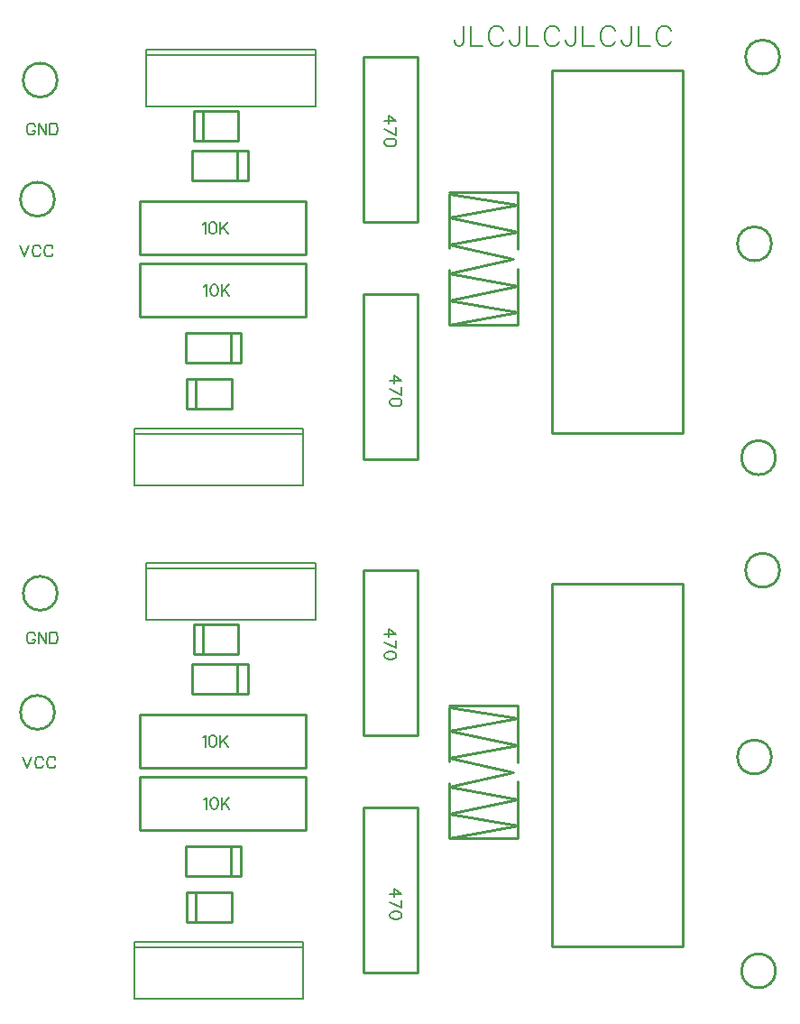
<source format=gto>
G04 Layer: TopSilkLayer*
G04 EasyEDA v6.3.43, 2020-06-01T19:13:48+08:00*
G04 e22e4845dbe6470894a8ffcda582c5b6,45e1048b23574a55a66a4e5d38cdb7dd,10*
G04 Gerber Generator version 0.2*
G04 Scale: 100 percent, Rotated: No, Reflected: No *
G04 Dimensions in millimeters *
G04 leading zeros omitted , absolute positions ,3 integer and 3 decimal *
%FSLAX33Y33*%
%MOMM*%
G90*
G71D02*

%ADD11C,0.254000*%
%ADD23C,0.199898*%
%ADD24C,0.228600*%
%ADD25C,0.152400*%
%ADD26C,0.203200*%

%LPD*%
G54D11*
G01X39329Y91280D02*
G01X34330Y91280D01*
G01X39329Y91280D02*
G01X39329Y75780D01*
G01X34330Y75780D01*
G01X34330Y91280D02*
G01X34330Y75780D01*
G54D23*
G01X13893Y91945D02*
G01X13893Y86644D01*
G01X29793Y86644D01*
G01X29793Y91945D01*
G01X13893Y91945D01*
G01X13893Y91445D02*
G01X29793Y91445D01*
G01X12750Y56385D02*
G01X12750Y51084D01*
G01X28650Y51084D01*
G01X28650Y56385D01*
G01X12750Y56385D01*
G01X12750Y55885D02*
G01X28650Y55885D01*
G54D11*
G01X21833Y62572D02*
G01X21833Y65372D01*
G01X22792Y62572D02*
G01X22792Y65372D01*
G01X22792Y65372D02*
G01X17593Y65372D01*
G01X17593Y62572D02*
G01X17593Y65372D01*
G01X22792Y62572D02*
G01X17593Y62572D01*
G01X22468Y79717D02*
G01X22468Y82517D01*
G01X23427Y79717D02*
G01X23427Y82517D01*
G01X23427Y82517D02*
G01X18228Y82517D01*
G01X18228Y79717D02*
G01X18228Y82517D01*
G01X23427Y79717D02*
G01X18228Y79717D01*
G01X42291Y78450D02*
G01X42291Y73368D01*
G01X42291Y71340D02*
G01X42291Y66131D01*
G01X48768Y66131D01*
G01X48768Y71441D01*
G01X48768Y73267D02*
G01X48768Y78577D01*
G01X42291Y78577D01*
G01X42291Y78450D02*
G01X48768Y77423D01*
G01X48768Y77423D02*
G01X42291Y76226D01*
G01X42291Y76226D02*
G01X48768Y74883D01*
G01X48768Y74883D02*
G01X42291Y73667D01*
G01X42291Y73667D02*
G01X48362Y72317D01*
G01X42291Y70946D01*
G01X42291Y70946D02*
G01X48768Y69786D01*
G01X48768Y69786D02*
G01X42291Y68465D01*
G01X42291Y68465D02*
G01X48768Y67297D01*
G01X48768Y67297D02*
G01X42291Y66131D01*
G54D24*
G01X19177Y83530D02*
G01X19177Y86070D01*
G54D11*
G01X22547Y83400D02*
G01X18347Y83400D01*
G01X18347Y86200D01*
G01X22547Y86200D01*
G01X22547Y83400D01*
G54D24*
G01X18542Y58384D02*
G01X18542Y60924D01*
G54D11*
G01X21912Y58254D02*
G01X17712Y58254D01*
G01X17712Y61054D01*
G01X21912Y61054D01*
G01X21912Y58254D01*
G01X51943Y55971D02*
G01X51943Y90007D01*
G01X64262Y90007D01*
G01X64262Y55971D01*
G01X51943Y55971D01*
G01X28831Y72775D02*
G01X28831Y77775D01*
G01X28831Y72775D02*
G01X13332Y72775D01*
G01X13332Y77775D01*
G01X28831Y77775D02*
G01X13332Y77775D01*
G01X13332Y71933D02*
G01X13332Y66933D01*
G01X13332Y71933D02*
G01X28831Y71933D01*
G01X28831Y66933D01*
G01X13332Y66933D02*
G01X28831Y66933D01*
G01X34330Y53555D02*
G01X39329Y53555D01*
G01X34330Y53555D02*
G01X34330Y69054D01*
G01X39329Y69054D01*
G01X39329Y53555D02*
G01X39329Y69054D01*
G01X34330Y5393D02*
G01X39329Y5393D01*
G01X34330Y5393D02*
G01X34330Y20893D01*
G01X39329Y20893D01*
G01X39329Y5393D02*
G01X39329Y20893D01*
G01X13332Y23771D02*
G01X13332Y18771D01*
G01X13332Y23771D02*
G01X28831Y23771D01*
G01X28831Y18771D01*
G01X13332Y18771D02*
G01X28831Y18771D01*
G01X28831Y24613D02*
G01X28831Y29613D01*
G01X28831Y24613D02*
G01X13332Y24613D01*
G01X13332Y29613D01*
G01X28831Y29613D02*
G01X13332Y29613D01*
G01X51943Y7809D02*
G01X51943Y41845D01*
G01X64262Y41845D01*
G01X64262Y7809D01*
G01X51943Y7809D01*
G54D24*
G01X18542Y10222D02*
G01X18542Y12762D01*
G54D11*
G01X21912Y10092D02*
G01X17712Y10092D01*
G01X17712Y12892D01*
G01X21912Y12892D01*
G01X21912Y10092D01*
G54D24*
G01X19177Y35368D02*
G01X19177Y37908D01*
G54D11*
G01X22547Y35238D02*
G01X18347Y35238D01*
G01X18347Y38038D01*
G01X22547Y38038D01*
G01X22547Y35238D01*
G01X42291Y30288D02*
G01X42291Y25206D01*
G01X42291Y23178D02*
G01X42291Y17969D01*
G01X48768Y17969D01*
G01X48768Y23279D01*
G01X48768Y25105D02*
G01X48768Y30415D01*
G01X42291Y30415D01*
G01X42291Y30288D02*
G01X48768Y29261D01*
G01X48768Y29261D02*
G01X42291Y28064D01*
G01X42291Y28064D02*
G01X48768Y26721D01*
G01X48768Y26721D02*
G01X42291Y25506D01*
G01X42291Y25506D02*
G01X48362Y24155D01*
G01X42291Y22784D01*
G01X42291Y22784D02*
G01X48768Y21624D01*
G01X48768Y21624D02*
G01X42291Y20303D01*
G01X42291Y20303D02*
G01X48768Y19135D01*
G01X48768Y19135D02*
G01X42291Y17969D01*
G01X22468Y31555D02*
G01X22468Y34355D01*
G01X23427Y31555D02*
G01X23427Y34355D01*
G01X23427Y34355D02*
G01X18228Y34355D01*
G01X18228Y31555D02*
G01X18228Y34355D01*
G01X23427Y31555D02*
G01X18228Y31555D01*
G01X21833Y14410D02*
G01X21833Y17210D01*
G01X22792Y14410D02*
G01X22792Y17210D01*
G01X22792Y17210D02*
G01X17593Y17210D01*
G01X17593Y14410D02*
G01X17593Y17210D01*
G01X22792Y14410D02*
G01X17593Y14410D01*
G54D23*
G01X12750Y8223D02*
G01X12750Y2922D01*
G01X28650Y2922D01*
G01X28650Y8223D01*
G01X12750Y8223D01*
G01X12750Y7723D02*
G01X28650Y7723D01*
G01X13893Y43783D02*
G01X13893Y38482D01*
G01X29793Y38482D01*
G01X29793Y43783D01*
G01X13893Y43783D01*
G01X13893Y43283D02*
G01X29793Y43283D01*
G54D11*
G01X39329Y43118D02*
G01X34330Y43118D01*
G01X39329Y43118D02*
G01X39329Y27618D01*
G01X34330Y27618D01*
G01X34330Y43118D02*
G01X34330Y27618D01*
G54D25*
G01X19304Y69743D02*
G01X19408Y69796D01*
G01X19563Y69951D01*
G01X19563Y68861D01*
G01X20218Y69951D02*
G01X20063Y69900D01*
G01X19959Y69743D01*
G01X19905Y69484D01*
G01X19905Y69329D01*
G01X19959Y69067D01*
G01X20063Y68912D01*
G01X20218Y68861D01*
G01X20322Y68861D01*
G01X20477Y68912D01*
G01X20581Y69067D01*
G01X20634Y69329D01*
G01X20634Y69484D01*
G01X20581Y69743D01*
G01X20477Y69900D01*
G01X20322Y69951D01*
G01X20218Y69951D01*
G01X20977Y69951D02*
G01X20977Y68861D01*
G01X21704Y69951D02*
G01X20977Y69225D01*
G01X21236Y69484D02*
G01X21704Y68861D01*
G01X19177Y75585D02*
G01X19281Y75638D01*
G01X19436Y75793D01*
G01X19436Y74703D01*
G01X20091Y75793D02*
G01X19936Y75742D01*
G01X19832Y75585D01*
G01X19778Y75326D01*
G01X19778Y75171D01*
G01X19832Y74909D01*
G01X19936Y74754D01*
G01X20091Y74703D01*
G01X20195Y74703D01*
G01X20350Y74754D01*
G01X20454Y74909D01*
G01X20507Y75171D01*
G01X20507Y75326D01*
G01X20454Y75585D01*
G01X20350Y75742D01*
G01X20195Y75793D01*
G01X20091Y75793D01*
G01X20850Y75793D02*
G01X20850Y74703D01*
G01X21577Y75793D02*
G01X20850Y75067D01*
G01X21109Y75326D02*
G01X21577Y74703D01*
G01X37856Y60911D02*
G01X37129Y61432D01*
G01X37129Y60652D01*
G01X37856Y60911D02*
G01X36766Y60911D01*
G01X37856Y59583D02*
G01X36766Y60101D01*
G01X37856Y60309D02*
G01X37856Y59583D01*
G01X37856Y58928D02*
G01X37805Y59082D01*
G01X37647Y59187D01*
G01X37388Y59240D01*
G01X37233Y59240D01*
G01X36972Y59187D01*
G01X36817Y59082D01*
G01X36766Y58928D01*
G01X36766Y58823D01*
G01X36817Y58668D01*
G01X36972Y58564D01*
G01X37233Y58511D01*
G01X37388Y58511D01*
G01X37647Y58564D01*
G01X37805Y58668D01*
G01X37856Y58823D01*
G01X37856Y58928D01*
G01X37348Y85295D02*
G01X36621Y85816D01*
G01X36621Y85036D01*
G01X37348Y85295D02*
G01X36258Y85295D01*
G01X37348Y83967D02*
G01X36258Y84485D01*
G01X37348Y84693D02*
G01X37348Y83967D01*
G01X37348Y83312D02*
G01X37297Y83466D01*
G01X37139Y83571D01*
G01X36880Y83624D01*
G01X36725Y83624D01*
G01X36464Y83571D01*
G01X36309Y83466D01*
G01X36258Y83312D01*
G01X36258Y83207D01*
G01X36309Y83052D01*
G01X36464Y82948D01*
G01X36725Y82895D01*
G01X36880Y82895D01*
G01X37139Y82948D01*
G01X37297Y83052D01*
G01X37348Y83207D01*
G01X37348Y83312D01*
G54D26*
G01X43723Y94216D02*
G01X43723Y92737D01*
G01X43629Y92461D01*
G01X43538Y92369D01*
G01X43352Y92278D01*
G01X43167Y92278D01*
G01X42984Y92369D01*
G01X42890Y92461D01*
G01X42799Y92737D01*
G01X42799Y92923D01*
G01X44333Y94216D02*
G01X44333Y92278D01*
G01X44333Y92278D02*
G01X45440Y92278D01*
G01X47434Y93753D02*
G01X47343Y93939D01*
G01X47157Y94124D01*
G01X46974Y94216D01*
G01X46603Y94216D01*
G01X46418Y94124D01*
G01X46235Y93939D01*
G01X46141Y93753D01*
G01X46050Y93477D01*
G01X46050Y93017D01*
G01X46141Y92737D01*
G01X46235Y92555D01*
G01X46418Y92369D01*
G01X46603Y92278D01*
G01X46974Y92278D01*
G01X47157Y92369D01*
G01X47343Y92555D01*
G01X47434Y92737D01*
G01X48968Y94216D02*
G01X48968Y92737D01*
G01X48877Y92461D01*
G01X48783Y92369D01*
G01X48600Y92278D01*
G01X48414Y92278D01*
G01X48229Y92369D01*
G01X48138Y92461D01*
G01X48044Y92737D01*
G01X48044Y92923D01*
G01X49578Y94216D02*
G01X49578Y92278D01*
G01X49578Y92278D02*
G01X50685Y92278D01*
G01X52682Y93753D02*
G01X52590Y93939D01*
G01X52405Y94124D01*
G01X52219Y94216D01*
G01X51851Y94216D01*
G01X51666Y94124D01*
G01X51480Y93939D01*
G01X51389Y93753D01*
G01X51295Y93477D01*
G01X51295Y93017D01*
G01X51389Y92737D01*
G01X51480Y92555D01*
G01X51666Y92369D01*
G01X51851Y92278D01*
G01X52219Y92278D01*
G01X52405Y92369D01*
G01X52590Y92555D01*
G01X52682Y92737D01*
G01X54216Y94216D02*
G01X54216Y92737D01*
G01X54122Y92461D01*
G01X54030Y92369D01*
G01X53845Y92278D01*
G01X53660Y92278D01*
G01X53477Y92369D01*
G01X53383Y92461D01*
G01X53291Y92737D01*
G01X53291Y92923D01*
G01X54825Y94216D02*
G01X54825Y92278D01*
G01X54825Y92278D02*
G01X55933Y92278D01*
G01X57927Y93753D02*
G01X57835Y93939D01*
G01X57650Y94124D01*
G01X57467Y94216D01*
G01X57096Y94216D01*
G01X56911Y94124D01*
G01X56728Y93939D01*
G01X56634Y93753D01*
G01X56542Y93477D01*
G01X56542Y93017D01*
G01X56634Y92737D01*
G01X56728Y92555D01*
G01X56911Y92369D01*
G01X57096Y92278D01*
G01X57467Y92278D01*
G01X57650Y92369D01*
G01X57835Y92555D01*
G01X57927Y92737D01*
G01X59461Y94216D02*
G01X59461Y92737D01*
G01X59369Y92461D01*
G01X59275Y92369D01*
G01X59093Y92278D01*
G01X58907Y92278D01*
G01X58722Y92369D01*
G01X58630Y92461D01*
G01X58536Y92737D01*
G01X58536Y92923D01*
G01X60071Y94216D02*
G01X60071Y92278D01*
G01X60071Y92278D02*
G01X61178Y92278D01*
G01X63174Y93753D02*
G01X63080Y93939D01*
G01X62898Y94124D01*
G01X62712Y94216D01*
G01X62344Y94216D01*
G01X62158Y94124D01*
G01X61973Y93939D01*
G01X61882Y93753D01*
G01X61788Y93477D01*
G01X61788Y93017D01*
G01X61882Y92737D01*
G01X61973Y92555D01*
G01X62158Y92369D01*
G01X62344Y92278D01*
G01X62712Y92278D01*
G01X62898Y92369D01*
G01X63080Y92555D01*
G01X63174Y92737D01*
G54D25*
G01X37856Y12749D02*
G01X37129Y13270D01*
G01X37129Y12490D01*
G01X37856Y12749D02*
G01X36766Y12749D01*
G01X37856Y11421D02*
G01X36766Y11939D01*
G01X37856Y12147D02*
G01X37856Y11421D01*
G01X37856Y10766D02*
G01X37805Y10920D01*
G01X37647Y11025D01*
G01X37388Y11078D01*
G01X37233Y11078D01*
G01X36972Y11025D01*
G01X36817Y10920D01*
G01X36766Y10766D01*
G01X36766Y10661D01*
G01X36817Y10506D01*
G01X36972Y10402D01*
G01X37233Y10349D01*
G01X37388Y10349D01*
G01X37647Y10402D01*
G01X37805Y10506D01*
G01X37856Y10661D01*
G01X37856Y10766D01*
G01X19177Y27423D02*
G01X19281Y27476D01*
G01X19436Y27631D01*
G01X19436Y26541D01*
G01X20091Y27631D02*
G01X19936Y27580D01*
G01X19832Y27423D01*
G01X19778Y27164D01*
G01X19778Y27009D01*
G01X19832Y26747D01*
G01X19936Y26592D01*
G01X20091Y26541D01*
G01X20195Y26541D01*
G01X20350Y26592D01*
G01X20454Y26747D01*
G01X20507Y27009D01*
G01X20507Y27164D01*
G01X20454Y27423D01*
G01X20350Y27580D01*
G01X20195Y27631D01*
G01X20091Y27631D01*
G01X20850Y27631D02*
G01X20850Y26541D01*
G01X21577Y27631D02*
G01X20850Y26905D01*
G01X21109Y27164D02*
G01X21577Y26541D01*
G01X19304Y21581D02*
G01X19408Y21634D01*
G01X19563Y21789D01*
G01X19563Y20699D01*
G01X20218Y21789D02*
G01X20063Y21738D01*
G01X19959Y21581D01*
G01X19905Y21322D01*
G01X19905Y21167D01*
G01X19959Y20905D01*
G01X20063Y20750D01*
G01X20218Y20699D01*
G01X20322Y20699D01*
G01X20477Y20750D01*
G01X20581Y20905D01*
G01X20634Y21167D01*
G01X20634Y21322D01*
G01X20581Y21581D01*
G01X20477Y21738D01*
G01X20322Y21789D01*
G01X20218Y21789D01*
G01X20977Y21789D02*
G01X20977Y20699D01*
G01X21704Y21789D02*
G01X20977Y21063D01*
G01X21236Y21322D02*
G01X21704Y20699D01*
G01X37348Y37133D02*
G01X36621Y37654D01*
G01X36621Y36874D01*
G01X37348Y37133D02*
G01X36258Y37133D01*
G01X37348Y35805D02*
G01X36258Y36323D01*
G01X37348Y36531D02*
G01X37348Y35805D01*
G01X37348Y35150D02*
G01X37297Y35304D01*
G01X37139Y35409D01*
G01X36880Y35462D01*
G01X36725Y35462D01*
G01X36464Y35409D01*
G01X36309Y35304D01*
G01X36258Y35150D01*
G01X36258Y35045D01*
G01X36309Y34890D01*
G01X36464Y34786D01*
G01X36725Y34733D01*
G01X36880Y34733D01*
G01X37139Y34786D01*
G01X37297Y34890D01*
G01X37348Y35045D01*
G01X37348Y35150D01*
G01X3446Y37053D02*
G01X3393Y37157D01*
G01X3289Y37261D01*
G01X3187Y37312D01*
G01X2979Y37312D01*
G01X2875Y37261D01*
G01X2771Y37157D01*
G01X2717Y37053D01*
G01X2667Y36896D01*
G01X2667Y36636D01*
G01X2717Y36482D01*
G01X2771Y36377D01*
G01X2875Y36273D01*
G01X2979Y36222D01*
G01X3187Y36222D01*
G01X3289Y36273D01*
G01X3393Y36377D01*
G01X3446Y36482D01*
G01X3446Y36636D01*
G01X3187Y36636D02*
G01X3446Y36636D01*
G01X3789Y37312D02*
G01X3789Y36222D01*
G01X3789Y37312D02*
G01X4516Y36222D01*
G01X4516Y37312D02*
G01X4516Y36222D01*
G01X4859Y37312D02*
G01X4859Y36222D01*
G01X4859Y37312D02*
G01X5222Y37312D01*
G01X5379Y37261D01*
G01X5483Y37157D01*
G01X5534Y37053D01*
G01X5588Y36896D01*
G01X5588Y36636D01*
G01X5534Y36482D01*
G01X5483Y36377D01*
G01X5379Y36273D01*
G01X5222Y36222D01*
G01X4859Y36222D01*
G01X2286Y25628D02*
G01X2702Y24538D01*
G01X3116Y25628D02*
G01X2702Y24538D01*
G01X4239Y25369D02*
G01X4188Y25473D01*
G01X4084Y25577D01*
G01X3980Y25628D01*
G01X3771Y25628D01*
G01X3667Y25577D01*
G01X3563Y25473D01*
G01X3512Y25369D01*
G01X3459Y25212D01*
G01X3459Y24952D01*
G01X3512Y24798D01*
G01X3563Y24693D01*
G01X3667Y24589D01*
G01X3771Y24538D01*
G01X3980Y24538D01*
G01X4084Y24589D01*
G01X4188Y24693D01*
G01X4239Y24798D01*
G01X5361Y25369D02*
G01X5308Y25473D01*
G01X5207Y25577D01*
G01X5102Y25628D01*
G01X4894Y25628D01*
G01X4790Y25577D01*
G01X4686Y25473D01*
G01X4635Y25369D01*
G01X4582Y25212D01*
G01X4582Y24952D01*
G01X4635Y24798D01*
G01X4686Y24693D01*
G01X4790Y24589D01*
G01X4894Y24538D01*
G01X5102Y24538D01*
G01X5207Y24589D01*
G01X5308Y24693D01*
G01X5361Y24798D01*
G01X3446Y84805D02*
G01X3393Y84909D01*
G01X3289Y85013D01*
G01X3187Y85064D01*
G01X2979Y85064D01*
G01X2875Y85013D01*
G01X2771Y84909D01*
G01X2717Y84805D01*
G01X2667Y84648D01*
G01X2667Y84388D01*
G01X2717Y84234D01*
G01X2771Y84129D01*
G01X2875Y84025D01*
G01X2979Y83974D01*
G01X3187Y83974D01*
G01X3289Y84025D01*
G01X3393Y84129D01*
G01X3446Y84234D01*
G01X3446Y84388D01*
G01X3187Y84388D02*
G01X3446Y84388D01*
G01X3789Y85064D02*
G01X3789Y83974D01*
G01X3789Y85064D02*
G01X4516Y83974D01*
G01X4516Y85064D02*
G01X4516Y83974D01*
G01X4859Y85064D02*
G01X4859Y83974D01*
G01X4859Y85064D02*
G01X5222Y85064D01*
G01X5379Y85013D01*
G01X5483Y84909D01*
G01X5534Y84805D01*
G01X5588Y84648D01*
G01X5588Y84388D01*
G01X5534Y84234D01*
G01X5483Y84129D01*
G01X5379Y84025D01*
G01X5222Y83974D01*
G01X4859Y83974D01*
G01X2032Y73634D02*
G01X2448Y72544D01*
G01X2862Y73634D02*
G01X2448Y72544D01*
G01X3985Y73375D02*
G01X3934Y73479D01*
G01X3830Y73583D01*
G01X3726Y73634D01*
G01X3517Y73634D01*
G01X3413Y73583D01*
G01X3309Y73479D01*
G01X3258Y73375D01*
G01X3205Y73218D01*
G01X3205Y72958D01*
G01X3258Y72804D01*
G01X3309Y72699D01*
G01X3413Y72595D01*
G01X3517Y72544D01*
G01X3726Y72544D01*
G01X3830Y72595D01*
G01X3934Y72699D01*
G01X3985Y72804D01*
G01X5107Y73375D02*
G01X5054Y73479D01*
G01X4953Y73583D01*
G01X4848Y73634D01*
G01X4640Y73634D01*
G01X4536Y73583D01*
G01X4432Y73479D01*
G01X4381Y73375D01*
G01X4328Y73218D01*
G01X4328Y72958D01*
G01X4381Y72804D01*
G01X4432Y72699D01*
G01X4536Y72595D01*
G01X4640Y72544D01*
G01X4848Y72544D01*
G01X4953Y72595D01*
G01X5054Y72699D01*
G01X5107Y72804D01*
G54D11*
G75*
G01X5283Y77942D02*
G03X5283Y77942I-1600J0D01*
G01*
G75*
G01X5537Y89118D02*
G03X5537Y89118I-1600J0D01*
G01*
G75*
G01X73355Y91277D02*
G03X73355Y91277I-1600J0D01*
G01*
G75*
G01X72593Y73751D02*
G03X72593Y73751I-1600J0D01*
G01*
G75*
G01X72974Y53685D02*
G03X72974Y53685I-1600J0D01*
G01*
G75*
G01X72974Y5523D02*
G03X72974Y5523I-1600J0D01*
G01*
G75*
G01X72593Y25589D02*
G03X72593Y25589I-1600J0D01*
G01*
G75*
G01X73355Y43115D02*
G03X73355Y43115I-1600J0D01*
G01*
G75*
G01X5537Y40956D02*
G03X5537Y40956I-1600J0D01*
G01*
G75*
G01X5283Y29780D02*
G03X5283Y29780I-1600J0D01*
G01*
M00*
M02*

</source>
